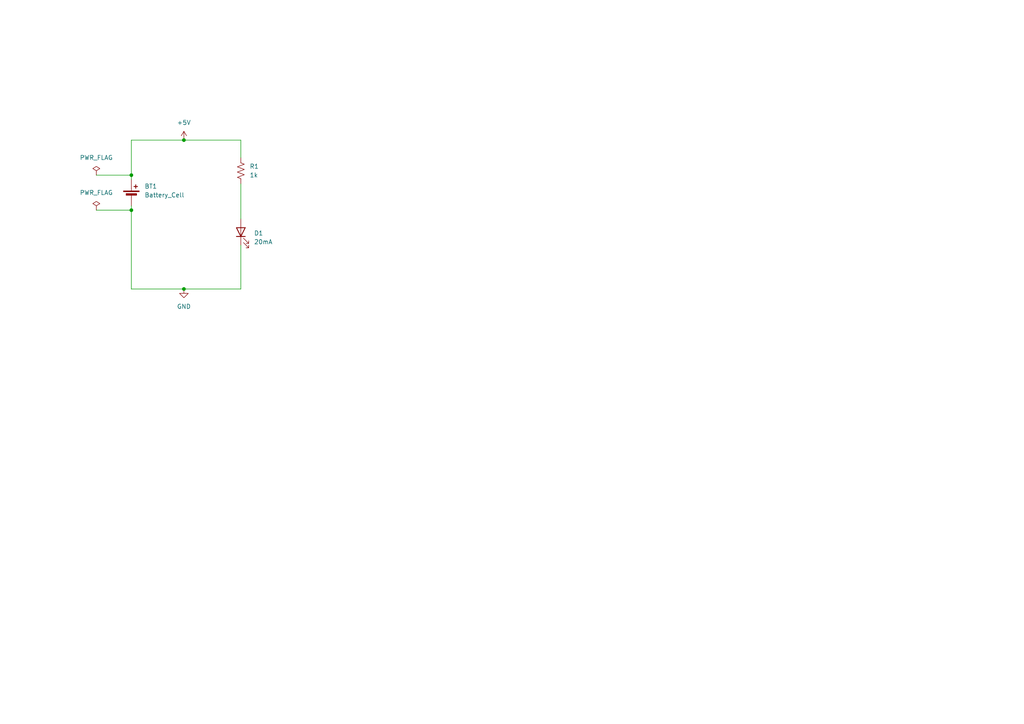
<source format=kicad_sch>
(kicad_sch (version 20230121) (generator eeschema)

  (uuid 6b2dc2a0-f500-4a16-ae82-4b459ec14908)

  (paper "A4")

  (lib_symbols
    (symbol "Device:Battery_Cell" (pin_numbers hide) (pin_names (offset 0) hide) (in_bom yes) (on_board yes)
      (property "Reference" "BT" (at 2.54 2.54 0)
        (effects (font (size 1.27 1.27)) (justify left))
      )
      (property "Value" "Battery_Cell" (at 2.54 0 0)
        (effects (font (size 1.27 1.27)) (justify left))
      )
      (property "Footprint" "" (at 0 1.524 90)
        (effects (font (size 1.27 1.27)) hide)
      )
      (property "Datasheet" "~" (at 0 1.524 90)
        (effects (font (size 1.27 1.27)) hide)
      )
      (property "ki_keywords" "battery cell" (at 0 0 0)
        (effects (font (size 1.27 1.27)) hide)
      )
      (property "ki_description" "Single-cell battery" (at 0 0 0)
        (effects (font (size 1.27 1.27)) hide)
      )
      (symbol "Battery_Cell_0_1"
        (rectangle (start -2.286 1.778) (end 2.286 1.524)
          (stroke (width 0) (type default))
          (fill (type outline))
        )
        (rectangle (start -1.524 1.016) (end 1.524 0.508)
          (stroke (width 0) (type default))
          (fill (type outline))
        )
        (polyline
          (pts
            (xy 0 0.762)
            (xy 0 0)
          )
          (stroke (width 0) (type default))
          (fill (type none))
        )
        (polyline
          (pts
            (xy 0 1.778)
            (xy 0 2.54)
          )
          (stroke (width 0) (type default))
          (fill (type none))
        )
        (polyline
          (pts
            (xy 0.762 3.048)
            (xy 1.778 3.048)
          )
          (stroke (width 0.254) (type default))
          (fill (type none))
        )
        (polyline
          (pts
            (xy 1.27 3.556)
            (xy 1.27 2.54)
          )
          (stroke (width 0.254) (type default))
          (fill (type none))
        )
      )
      (symbol "Battery_Cell_1_1"
        (pin passive line (at 0 5.08 270) (length 2.54)
          (name "+" (effects (font (size 1.27 1.27))))
          (number "1" (effects (font (size 1.27 1.27))))
        )
        (pin passive line (at 0 -2.54 90) (length 2.54)
          (name "-" (effects (font (size 1.27 1.27))))
          (number "2" (effects (font (size 1.27 1.27))))
        )
      )
    )
    (symbol "Device:LED" (pin_numbers hide) (pin_names (offset 1.016) hide) (in_bom yes) (on_board yes)
      (property "Reference" "D" (at 0 2.54 0)
        (effects (font (size 1.27 1.27)))
      )
      (property "Value" "LED" (at 0 -2.54 0)
        (effects (font (size 1.27 1.27)))
      )
      (property "Footprint" "" (at 0 0 0)
        (effects (font (size 1.27 1.27)) hide)
      )
      (property "Datasheet" "~" (at 0 0 0)
        (effects (font (size 1.27 1.27)) hide)
      )
      (property "ki_keywords" "LED diode" (at 0 0 0)
        (effects (font (size 1.27 1.27)) hide)
      )
      (property "ki_description" "Light emitting diode" (at 0 0 0)
        (effects (font (size 1.27 1.27)) hide)
      )
      (property "ki_fp_filters" "LED* LED_SMD:* LED_THT:*" (at 0 0 0)
        (effects (font (size 1.27 1.27)) hide)
      )
      (symbol "LED_0_1"
        (polyline
          (pts
            (xy -1.27 -1.27)
            (xy -1.27 1.27)
          )
          (stroke (width 0.254) (type default))
          (fill (type none))
        )
        (polyline
          (pts
            (xy -1.27 0)
            (xy 1.27 0)
          )
          (stroke (width 0) (type default))
          (fill (type none))
        )
        (polyline
          (pts
            (xy 1.27 -1.27)
            (xy 1.27 1.27)
            (xy -1.27 0)
            (xy 1.27 -1.27)
          )
          (stroke (width 0.254) (type default))
          (fill (type none))
        )
        (polyline
          (pts
            (xy -3.048 -0.762)
            (xy -4.572 -2.286)
            (xy -3.81 -2.286)
            (xy -4.572 -2.286)
            (xy -4.572 -1.524)
          )
          (stroke (width 0) (type default))
          (fill (type none))
        )
        (polyline
          (pts
            (xy -1.778 -0.762)
            (xy -3.302 -2.286)
            (xy -2.54 -2.286)
            (xy -3.302 -2.286)
            (xy -3.302 -1.524)
          )
          (stroke (width 0) (type default))
          (fill (type none))
        )
      )
      (symbol "LED_1_1"
        (pin passive line (at -3.81 0 0) (length 2.54)
          (name "K" (effects (font (size 1.27 1.27))))
          (number "1" (effects (font (size 1.27 1.27))))
        )
        (pin passive line (at 3.81 0 180) (length 2.54)
          (name "A" (effects (font (size 1.27 1.27))))
          (number "2" (effects (font (size 1.27 1.27))))
        )
      )
    )
    (symbol "Device:R_US" (pin_numbers hide) (pin_names (offset 0)) (in_bom yes) (on_board yes)
      (property "Reference" "R" (at 2.54 0 90)
        (effects (font (size 1.27 1.27)))
      )
      (property "Value" "R_US" (at -2.54 0 90)
        (effects (font (size 1.27 1.27)))
      )
      (property "Footprint" "" (at 1.016 -0.254 90)
        (effects (font (size 1.27 1.27)) hide)
      )
      (property "Datasheet" "~" (at 0 0 0)
        (effects (font (size 1.27 1.27)) hide)
      )
      (property "ki_keywords" "R res resistor" (at 0 0 0)
        (effects (font (size 1.27 1.27)) hide)
      )
      (property "ki_description" "Resistor, US symbol" (at 0 0 0)
        (effects (font (size 1.27 1.27)) hide)
      )
      (property "ki_fp_filters" "R_*" (at 0 0 0)
        (effects (font (size 1.27 1.27)) hide)
      )
      (symbol "R_US_0_1"
        (polyline
          (pts
            (xy 0 -2.286)
            (xy 0 -2.54)
          )
          (stroke (width 0) (type default))
          (fill (type none))
        )
        (polyline
          (pts
            (xy 0 2.286)
            (xy 0 2.54)
          )
          (stroke (width 0) (type default))
          (fill (type none))
        )
        (polyline
          (pts
            (xy 0 -0.762)
            (xy 1.016 -1.143)
            (xy 0 -1.524)
            (xy -1.016 -1.905)
            (xy 0 -2.286)
          )
          (stroke (width 0) (type default))
          (fill (type none))
        )
        (polyline
          (pts
            (xy 0 0.762)
            (xy 1.016 0.381)
            (xy 0 0)
            (xy -1.016 -0.381)
            (xy 0 -0.762)
          )
          (stroke (width 0) (type default))
          (fill (type none))
        )
        (polyline
          (pts
            (xy 0 2.286)
            (xy 1.016 1.905)
            (xy 0 1.524)
            (xy -1.016 1.143)
            (xy 0 0.762)
          )
          (stroke (width 0) (type default))
          (fill (type none))
        )
      )
      (symbol "R_US_1_1"
        (pin passive line (at 0 3.81 270) (length 1.27)
          (name "~" (effects (font (size 1.27 1.27))))
          (number "1" (effects (font (size 1.27 1.27))))
        )
        (pin passive line (at 0 -3.81 90) (length 1.27)
          (name "~" (effects (font (size 1.27 1.27))))
          (number "2" (effects (font (size 1.27 1.27))))
        )
      )
    )
    (symbol "power:+5V" (power) (pin_names (offset 0)) (in_bom yes) (on_board yes)
      (property "Reference" "#PWR" (at 0 -3.81 0)
        (effects (font (size 1.27 1.27)) hide)
      )
      (property "Value" "+5V" (at 0 3.556 0)
        (effects (font (size 1.27 1.27)))
      )
      (property "Footprint" "" (at 0 0 0)
        (effects (font (size 1.27 1.27)) hide)
      )
      (property "Datasheet" "" (at 0 0 0)
        (effects (font (size 1.27 1.27)) hide)
      )
      (property "ki_keywords" "global power" (at 0 0 0)
        (effects (font (size 1.27 1.27)) hide)
      )
      (property "ki_description" "Power symbol creates a global label with name \"+5V\"" (at 0 0 0)
        (effects (font (size 1.27 1.27)) hide)
      )
      (symbol "+5V_0_1"
        (polyline
          (pts
            (xy -0.762 1.27)
            (xy 0 2.54)
          )
          (stroke (width 0) (type default))
          (fill (type none))
        )
        (polyline
          (pts
            (xy 0 0)
            (xy 0 2.54)
          )
          (stroke (width 0) (type default))
          (fill (type none))
        )
        (polyline
          (pts
            (xy 0 2.54)
            (xy 0.762 1.27)
          )
          (stroke (width 0) (type default))
          (fill (type none))
        )
      )
      (symbol "+5V_1_1"
        (pin power_in line (at 0 0 90) (length 0) hide
          (name "+5V" (effects (font (size 1.27 1.27))))
          (number "1" (effects (font (size 1.27 1.27))))
        )
      )
    )
    (symbol "power:GND" (power) (pin_names (offset 0)) (in_bom yes) (on_board yes)
      (property "Reference" "#PWR" (at 0 -6.35 0)
        (effects (font (size 1.27 1.27)) hide)
      )
      (property "Value" "GND" (at 0 -3.81 0)
        (effects (font (size 1.27 1.27)))
      )
      (property "Footprint" "" (at 0 0 0)
        (effects (font (size 1.27 1.27)) hide)
      )
      (property "Datasheet" "" (at 0 0 0)
        (effects (font (size 1.27 1.27)) hide)
      )
      (property "ki_keywords" "global power" (at 0 0 0)
        (effects (font (size 1.27 1.27)) hide)
      )
      (property "ki_description" "Power symbol creates a global label with name \"GND\" , ground" (at 0 0 0)
        (effects (font (size 1.27 1.27)) hide)
      )
      (symbol "GND_0_1"
        (polyline
          (pts
            (xy 0 0)
            (xy 0 -1.27)
            (xy 1.27 -1.27)
            (xy 0 -2.54)
            (xy -1.27 -1.27)
            (xy 0 -1.27)
          )
          (stroke (width 0) (type default))
          (fill (type none))
        )
      )
      (symbol "GND_1_1"
        (pin power_in line (at 0 0 270) (length 0) hide
          (name "GND" (effects (font (size 1.27 1.27))))
          (number "1" (effects (font (size 1.27 1.27))))
        )
      )
    )
    (symbol "power:PWR_FLAG" (power) (pin_numbers hide) (pin_names (offset 0) hide) (in_bom yes) (on_board yes)
      (property "Reference" "#FLG" (at 0 1.905 0)
        (effects (font (size 1.27 1.27)) hide)
      )
      (property "Value" "PWR_FLAG" (at 0 3.81 0)
        (effects (font (size 1.27 1.27)))
      )
      (property "Footprint" "" (at 0 0 0)
        (effects (font (size 1.27 1.27)) hide)
      )
      (property "Datasheet" "~" (at 0 0 0)
        (effects (font (size 1.27 1.27)) hide)
      )
      (property "ki_keywords" "flag power" (at 0 0 0)
        (effects (font (size 1.27 1.27)) hide)
      )
      (property "ki_description" "Special symbol for telling ERC where power comes from" (at 0 0 0)
        (effects (font (size 1.27 1.27)) hide)
      )
      (symbol "PWR_FLAG_0_0"
        (pin power_out line (at 0 0 90) (length 0)
          (name "pwr" (effects (font (size 1.27 1.27))))
          (number "1" (effects (font (size 1.27 1.27))))
        )
      )
      (symbol "PWR_FLAG_0_1"
        (polyline
          (pts
            (xy 0 0)
            (xy 0 1.27)
            (xy -1.016 1.905)
            (xy 0 2.54)
            (xy 1.016 1.905)
            (xy 0 1.27)
          )
          (stroke (width 0) (type default))
          (fill (type none))
        )
      )
    )
  )

  (junction (at 53.34 83.82) (diameter 0) (color 0 0 0 0)
    (uuid 13e0a0d7-2991-4065-b235-67534284b11b)
  )
  (junction (at 38.1 50.8) (diameter 0) (color 0 0 0 0)
    (uuid 9cefeb4b-b6b7-489c-8d5d-f07820c5953c)
  )
  (junction (at 38.1 60.96) (diameter 0) (color 0 0 0 0)
    (uuid a83c8c6e-6b54-4632-b87e-3f8c21f2f3c1)
  )
  (junction (at 53.34 40.64) (diameter 0) (color 0 0 0 0)
    (uuid a95b068d-ef77-49ea-ae6a-6f381d38bafa)
  )

  (wire (pts (xy 38.1 59.69) (xy 38.1 60.96))
    (stroke (width 0) (type default))
    (uuid 0e1b007e-12a8-4041-a4e4-69d2b7b9d361)
  )
  (wire (pts (xy 53.34 83.82) (xy 38.1 83.82))
    (stroke (width 0) (type default))
    (uuid 0e80f980-b6c4-4c0f-b9cc-8e12eba87785)
  )
  (wire (pts (xy 69.85 40.64) (xy 69.85 45.72))
    (stroke (width 0) (type default))
    (uuid 166fb48c-8e4b-4024-82b4-0cfb86ce5706)
  )
  (wire (pts (xy 27.94 60.96) (xy 38.1 60.96))
    (stroke (width 0) (type default))
    (uuid 3725068a-75fa-4fe7-9752-a2041892044c)
  )
  (wire (pts (xy 38.1 60.96) (xy 38.1 83.82))
    (stroke (width 0) (type default))
    (uuid 4231e90b-ef6f-4bd6-8a37-b7803a654d67)
  )
  (wire (pts (xy 38.1 40.64) (xy 53.34 40.64))
    (stroke (width 0) (type default))
    (uuid 4dc09989-cd41-4f87-839f-1cc66d73b0e2)
  )
  (wire (pts (xy 38.1 40.64) (xy 38.1 50.8))
    (stroke (width 0) (type default))
    (uuid 59e77f22-1088-4f88-ae62-f400620f068b)
  )
  (wire (pts (xy 69.85 83.82) (xy 53.34 83.82))
    (stroke (width 0) (type default))
    (uuid 6a293951-670f-4742-8816-6b5988f04698)
  )
  (wire (pts (xy 69.85 71.12) (xy 69.85 83.82))
    (stroke (width 0) (type default))
    (uuid bbd3cbd1-afdc-42e7-9673-fc89b0675ae2)
  )
  (wire (pts (xy 69.85 53.34) (xy 69.85 63.5))
    (stroke (width 0) (type default))
    (uuid cb68c2bf-4c83-4c42-b19d-8e1d1ec5ddd2)
  )
  (wire (pts (xy 53.34 40.64) (xy 69.85 40.64))
    (stroke (width 0) (type default))
    (uuid e5ab4143-e590-4673-96e8-8810a9c0e88e)
  )
  (wire (pts (xy 27.94 50.8) (xy 38.1 50.8))
    (stroke (width 0) (type default))
    (uuid f3f29fbf-0e92-4957-9ec6-f2ea41d32543)
  )
  (wire (pts (xy 38.1 50.8) (xy 38.1 52.07))
    (stroke (width 0) (type default))
    (uuid f4c80397-fe85-4f76-bdfa-8e7e140b10d4)
  )

  (symbol (lib_id "power:PWR_FLAG") (at 27.94 50.8 0) (unit 1)
    (in_bom yes) (on_board yes) (dnp no) (fields_autoplaced)
    (uuid 003d987a-ce5e-49f5-9a0f-68dcc4f03917)
    (property "Reference" "#FLG01" (at 27.94 48.895 0)
      (effects (font (size 1.27 1.27)) hide)
    )
    (property "Value" "PWR_FLAG" (at 27.94 45.72 0)
      (effects (font (size 1.27 1.27)))
    )
    (property "Footprint" "" (at 27.94 50.8 0)
      (effects (font (size 1.27 1.27)) hide)
    )
    (property "Datasheet" "~" (at 27.94 50.8 0)
      (effects (font (size 1.27 1.27)) hide)
    )
    (pin "1" (uuid ae1defc1-2d6f-4970-97dd-737dffe56f43))
    (instances
      (project "240222_d1233_test"
        (path "/6b2dc2a0-f500-4a16-ae82-4b459ec14908"
          (reference "#FLG01") (unit 1)
        )
      )
    )
  )

  (symbol (lib_id "power:GND") (at 53.34 83.82 0) (unit 1)
    (in_bom yes) (on_board yes) (dnp no) (fields_autoplaced)
    (uuid 00f31967-9cd4-432c-be89-47d6b93d5ac4)
    (property "Reference" "#PWR01" (at 53.34 90.17 0)
      (effects (font (size 1.27 1.27)) hide)
    )
    (property "Value" "GND" (at 53.34 88.9 0)
      (effects (font (size 1.27 1.27)))
    )
    (property "Footprint" "" (at 53.34 83.82 0)
      (effects (font (size 1.27 1.27)) hide)
    )
    (property "Datasheet" "" (at 53.34 83.82 0)
      (effects (font (size 1.27 1.27)) hide)
    )
    (pin "1" (uuid 93ba8303-6273-46db-a22b-287d2dc2931c))
    (instances
      (project "240222_d1233_test"
        (path "/6b2dc2a0-f500-4a16-ae82-4b459ec14908"
          (reference "#PWR01") (unit 1)
        )
      )
    )
  )

  (symbol (lib_id "power:PWR_FLAG") (at 27.94 60.96 0) (unit 1)
    (in_bom yes) (on_board yes) (dnp no) (fields_autoplaced)
    (uuid 3b41bd81-a807-4928-8c8d-d6bace5d1e49)
    (property "Reference" "#FLG02" (at 27.94 59.055 0)
      (effects (font (size 1.27 1.27)) hide)
    )
    (property "Value" "PWR_FLAG" (at 27.94 55.88 0)
      (effects (font (size 1.27 1.27)))
    )
    (property "Footprint" "" (at 27.94 60.96 0)
      (effects (font (size 1.27 1.27)) hide)
    )
    (property "Datasheet" "~" (at 27.94 60.96 0)
      (effects (font (size 1.27 1.27)) hide)
    )
    (pin "1" (uuid 5b102182-5a7a-4a05-9f00-09c08aa618dc))
    (instances
      (project "240222_d1233_test"
        (path "/6b2dc2a0-f500-4a16-ae82-4b459ec14908"
          (reference "#FLG02") (unit 1)
        )
      )
    )
  )

  (symbol (lib_id "Device:LED") (at 69.85 67.31 90) (unit 1)
    (in_bom yes) (on_board yes) (dnp no) (fields_autoplaced)
    (uuid 5f52961d-c847-474f-8379-ce73300f0f33)
    (property "Reference" "D1" (at 73.66 67.6275 90)
      (effects (font (size 1.27 1.27)) (justify right))
    )
    (property "Value" "20mA" (at 73.66 70.1675 90)
      (effects (font (size 1.27 1.27)) (justify right))
    )
    (property "Footprint" "Diode_SMD:D_0603_1608Metric" (at 69.85 67.31 0)
      (effects (font (size 1.27 1.27)) hide)
    )
    (property "Datasheet" "~" (at 69.85 67.31 0)
      (effects (font (size 1.27 1.27)) hide)
    )
    (pin "2" (uuid 285053f4-0652-4848-898b-8b69eea403e2))
    (pin "1" (uuid 46d91efe-6274-4fd4-b841-05b6e8848805))
    (instances
      (project "240222_d1233_test"
        (path "/6b2dc2a0-f500-4a16-ae82-4b459ec14908"
          (reference "D1") (unit 1)
        )
      )
    )
  )

  (symbol (lib_id "Device:R_US") (at 69.85 49.53 0) (unit 1)
    (in_bom yes) (on_board yes) (dnp no) (fields_autoplaced)
    (uuid 636efa18-d1b1-4b01-8e8f-2b1973f62a75)
    (property "Reference" "R1" (at 72.39 48.26 0)
      (effects (font (size 1.27 1.27)) (justify left))
    )
    (property "Value" "1k" (at 72.39 50.8 0)
      (effects (font (size 1.27 1.27)) (justify left))
    )
    (property "Footprint" "Resistor_SMD:R_0603_1608Metric" (at 70.866 49.784 90)
      (effects (font (size 1.27 1.27)) hide)
    )
    (property "Datasheet" "~" (at 69.85 49.53 0)
      (effects (font (size 1.27 1.27)) hide)
    )
    (pin "2" (uuid 199bbaa6-4252-41c4-a7b0-3d2dd83c89f7))
    (pin "1" (uuid 89303906-fd0c-4e1f-b729-f2beae823e50))
    (instances
      (project "240222_d1233_test"
        (path "/6b2dc2a0-f500-4a16-ae82-4b459ec14908"
          (reference "R1") (unit 1)
        )
      )
    )
  )

  (symbol (lib_id "power:+5V") (at 53.34 40.64 0) (unit 1)
    (in_bom yes) (on_board yes) (dnp no) (fields_autoplaced)
    (uuid 9801c357-0ccf-43ae-ac7c-cabc968ae0db)
    (property "Reference" "#PWR02" (at 53.34 44.45 0)
      (effects (font (size 1.27 1.27)) hide)
    )
    (property "Value" "+5V" (at 53.34 35.56 0)
      (effects (font (size 1.27 1.27)))
    )
    (property "Footprint" "" (at 53.34 40.64 0)
      (effects (font (size 1.27 1.27)) hide)
    )
    (property "Datasheet" "" (at 53.34 40.64 0)
      (effects (font (size 1.27 1.27)) hide)
    )
    (pin "1" (uuid b4c59f6e-8c9f-4324-8146-1c6ff7eaa1fc))
    (instances
      (project "240222_d1233_test"
        (path "/6b2dc2a0-f500-4a16-ae82-4b459ec14908"
          (reference "#PWR02") (unit 1)
        )
      )
    )
  )

  (symbol (lib_id "Device:Battery_Cell") (at 38.1 57.15 0) (unit 1)
    (in_bom yes) (on_board yes) (dnp no) (fields_autoplaced)
    (uuid da24f2a1-d72d-46c7-bc45-7a6ce1bd766e)
    (property "Reference" "BT1" (at 41.91 54.0385 0)
      (effects (font (size 1.27 1.27)) (justify left))
    )
    (property "Value" "Battery_Cell" (at 41.91 56.5785 0)
      (effects (font (size 1.27 1.27)) (justify left))
    )
    (property "Footprint" "Battery:BatteryHolder_Keystone_1058_1x2032" (at 38.1 55.626 90)
      (effects (font (size 1.27 1.27)) hide)
    )
    (property "Datasheet" "~" (at 38.1 55.626 90)
      (effects (font (size 1.27 1.27)) hide)
    )
    (pin "1" (uuid 65a8665b-9165-41c1-95cf-dfdd78857bbc))
    (pin "2" (uuid c1a0c6fa-66cf-4161-a400-72f0ed9375c8))
    (instances
      (project "240222_d1233_test"
        (path "/6b2dc2a0-f500-4a16-ae82-4b459ec14908"
          (reference "BT1") (unit 1)
        )
      )
    )
  )

  (sheet_instances
    (path "/" (page "1"))
  )
)

</source>
